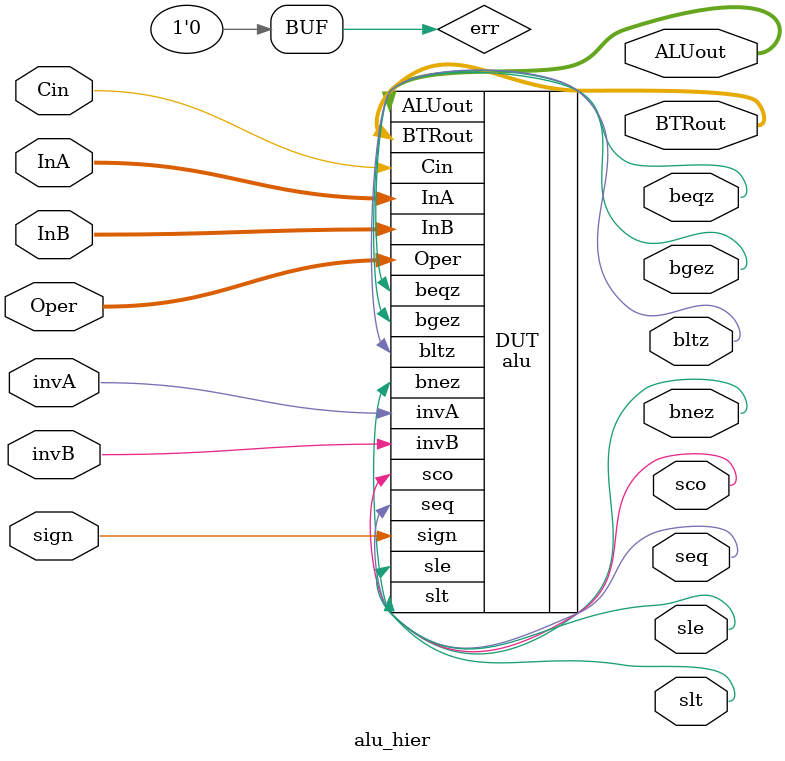
<source format=v>
/*
    CS/ECE 552 FALL '22
    Homework #2, Problem 3

    A wrapper for a multi-bit ALU module combined with clkrst.
*/
module alu_hier(InA, InB, Cin, Oper, invA, invB, sign, ALUout,BTRout,seq,slt,sle,sco,beqz,bnez,bltz,bgez);

    // declare constant for size of inputs, outputs, and operations
    parameter OPERAND_WIDTH = 16;    
    parameter NUM_OPERATIONS = 3;
       
    input  [OPERAND_WIDTH -1:0] InA ; // Input operand A
    input  [OPERAND_WIDTH -1:0] InB ; // Input operand B
    input                       Cin ; // Carry in
    input  [NUM_OPERATIONS-1:0] Oper; // Operation type
    input                       invA; // Signal to invert A
    input                       invB; // Signal to invert B
    input                       sign; // Signal for signed operation
    output [OPERAND_WIDTH -1:0] ALUout,BTRout; // Result of computation
    //output                      Zero; // Signal if Out is 0
    //output                      Ofl ; // Signal if overflow occured
    output                      seq,slt,sle,sco; // Signal if Out is 0
    output                      beqz,bnez,bltz,bgez; // Signal if Out is 0

    // clkrst signals
    wire clk;
    wire rst;
    wire err;

    assign err = 1'b0;
    alu #(.OPERAND_WIDTH(OPERAND_WIDTH),
          .NUM_OPERATIONS(NUM_OPERATIONS)) 
        DUT (// Outputs
             .ALUout(ALUout),.BTRout(BTRout),.seq(seq),.slt(slt),.sle(sle),.sco(sco),.beqz(beqz),.bnez(bnez),.bltz(bltz),.bgez(bgez),
             //.Ofl(Ofl), 
             //.Zero(Zero),
             // Inputs
             .InA(InA), 
             .InB(InB), 
             .Cin(Cin), 
             .Oper(Oper), 
             .invA(invA), 
             .invB(invB), 
             .sign(sign));
   
    clkrst c0(// Outputs
              .clk                       (clk),
              .rst                       (rst),
              // Inputs
              .err                       (err)
              );

endmodule // alu_hier

</source>
